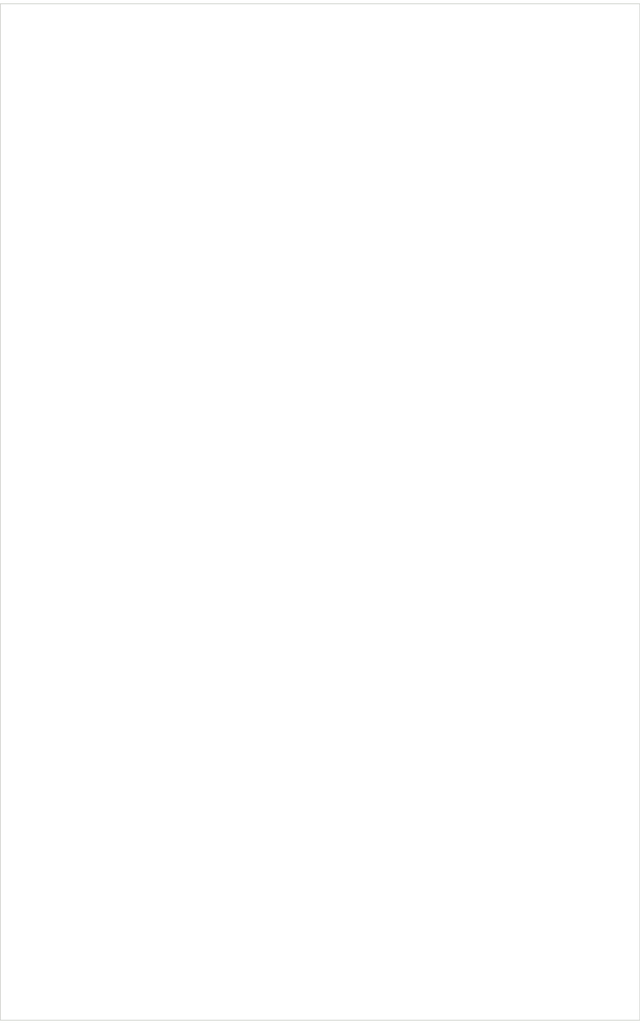
<source format=kicad_pcb>
(kicad_pcb (version 20211014) (generator pcbnew)
  (layers (0 "F.Cu" signal) (31 "B.Cu" signal) (34 "B.Paste" user) (35 "F.Paste" user) (36 "B.SilkS" user "B.Silkscreen") (37 "F.SilkS" user "F.Silkscreen") (38 "B.Mask" user) (39 "F.Mask" user) (44 "Edge.Cuts" user))
  (net 0 "")
  (footprint "MountingHole:MountingHole_3.2mm_M3" (layer "F.Cu") (at 5.08 125.5)
    (fp_text reference "REF**" hide)
    (fp_text value "MountingHole_3.2mm_M3" hide)
    (pad "" np_thru_hole oval locked (at 0 0) (size 7 3.2) (drill oval 7 3.2) (layers F&B.Cu *.Mask))
  )
  (footprint "MountingHole:MountingHole_3.2mm_M3" (layer "F.Cu") (at 75.82 125.5)
    (fp_text reference "REF**" hide)
    (fp_text value "MountingHole_3.2mm_M3" hide)
    (pad "" np_thru_hole oval locked (at 0 0) (size 7 3.2) (drill oval 7 3.2) (layers F&B.Cu *.Mask))
  )
  (footprint "MountingHole:MountingHole_3.2mm_M3" (layer "F.Cu") (at 75.82 3)
    (fp_text reference "REF**" hide)
    (fp_text value "MountingHole_3.2mm_M3" hide)
    (pad "" np_thru_hole oval locked (at 0 0) (size 7 3.2) (drill oval 7 3.2) (layers F&B.Cu *.Mask))
  )
  (footprint "MountingHole:MountingHole_3.2mm_M3" (layer "F.Cu") (at 5.08 3)
    (fp_text reference "REF**" hide)
    (fp_text value "MountingHole_3.2mm_M3" hide)
    (pad "" np_thru_hole oval locked (at 0 0) (size 7 3.2) (drill oval 7 3.2) (layers F&B.Cu *.Mask))
  )
  (gr_line (start 80.9 0) (end 80.9 128.5) (layer "Edge.Cuts") (width 0.1))
  (gr_line (start 0 128.5) (end 0 0) (layer "Edge.Cuts") (width 0.1))
  (gr_line (start 0 0) (end 80.9 0) (layer "Edge.Cuts") (width 0.1))
  (gr_line (start 80.9 128.5) (end 0 128.5) (layer "Edge.Cuts") (width 0.1))
)
</source>
